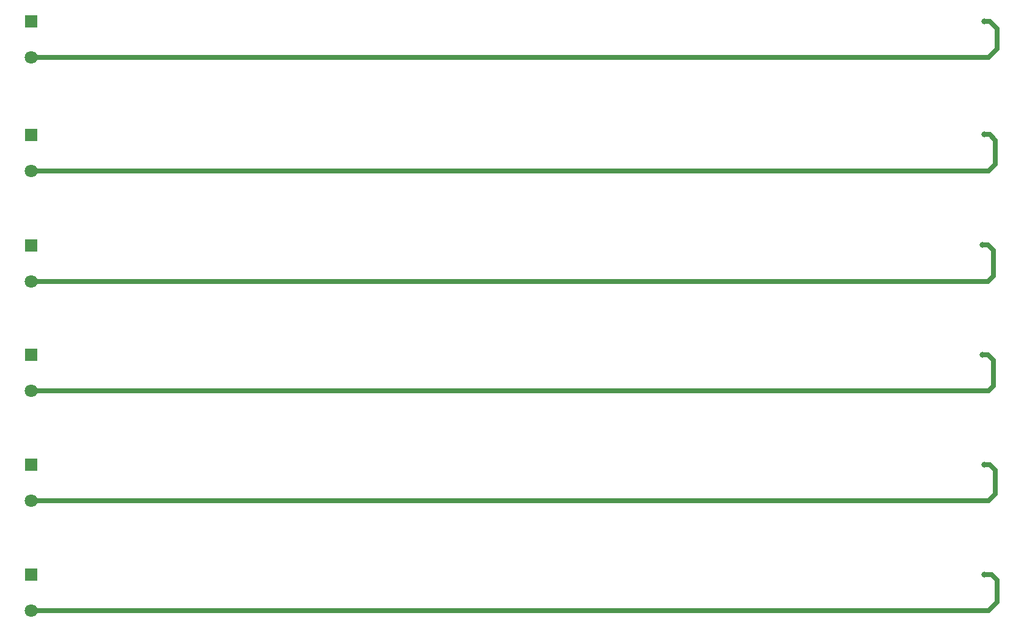
<source format=gbr>
%TF.GenerationSoftware,KiCad,Pcbnew,7.0.9*%
%TF.CreationDate,2023-12-10T21:52:56+01:00*%
%TF.ProjectId,Led Panel,4c656420-5061-46e6-956c-2e6b69636164,rev?*%
%TF.SameCoordinates,Original*%
%TF.FileFunction,Copper,L2,Bot*%
%TF.FilePolarity,Positive*%
%FSLAX46Y46*%
G04 Gerber Fmt 4.6, Leading zero omitted, Abs format (unit mm)*
G04 Created by KiCad (PCBNEW 7.0.9) date 2023-12-10 21:52:56*
%MOMM*%
%LPD*%
G01*
G04 APERTURE LIST*
%TA.AperFunction,ComponentPad*%
%ADD10R,1.800000X1.800000*%
%TD*%
%TA.AperFunction,ComponentPad*%
%ADD11C,1.800000*%
%TD*%
%TA.AperFunction,ViaPad*%
%ADD12C,0.800000*%
%TD*%
%TA.AperFunction,Conductor*%
%ADD13C,0.700000*%
%TD*%
G04 APERTURE END LIST*
D10*
%TO.P,J6,1,1*%
%TO.N,LED_5 +*%
X53340000Y-106680000D03*
D11*
%TO.P,J6,2,2*%
%TO.N,LED_5 -*%
X53340000Y-111680000D03*
%TD*%
D10*
%TO.P,J5,1,1*%
%TO.N,LED_4 +*%
X53340000Y-91440000D03*
D11*
%TO.P,J5,2,2*%
%TO.N,LED_4 -*%
X53340000Y-96440000D03*
%TD*%
D10*
%TO.P,J4,1,1*%
%TO.N,LED_3 +*%
X53340000Y-76200000D03*
D11*
%TO.P,J4,2,2*%
%TO.N,LED_3 -*%
X53340000Y-81200000D03*
%TD*%
D10*
%TO.P,J3,1,1*%
%TO.N,LED_2 +*%
X53340000Y-61040000D03*
D11*
%TO.P,J3,2,2*%
%TO.N,LED_2 -*%
X53340000Y-66040000D03*
%TD*%
D10*
%TO.P,J2,1,1*%
%TO.N,LED_1 +*%
X53300000Y-45720000D03*
D11*
%TO.P,J2,2,2*%
%TO.N,LED_1 -*%
X53300000Y-50720000D03*
%TD*%
D10*
%TO.P,J1,1,1*%
%TO.N,LED_0 +*%
X53300000Y-30000000D03*
D11*
%TO.P,J1,2,2*%
%TO.N,LED_0 -*%
X53300000Y-35000000D03*
%TD*%
D12*
%TO.N,LED_0 -*%
X185448000Y-30000000D03*
%TO.N,LED_1 -*%
X185420000Y-45700000D03*
%TO.N,LED_2 -*%
X185206000Y-61000000D03*
%TO.N,LED_3 -*%
X185166000Y-76200000D03*
%TO.N,LED_4 -*%
X185420000Y-91440000D03*
%TO.N,LED_5 -*%
X185420000Y-106680000D03*
%TD*%
D13*
%TO.N,LED_0 -*%
X187198000Y-33782000D02*
X185980000Y-35000000D01*
X186210000Y-30000000D02*
X187198000Y-30988000D01*
X185980000Y-35000000D02*
X53300000Y-35000000D01*
X185448000Y-30000000D02*
X186210000Y-30000000D01*
X187198000Y-30988000D02*
X187198000Y-33782000D01*
%TO.N,LED_1 -*%
X186162000Y-45700000D02*
X186944000Y-46482000D01*
X186008000Y-50720000D02*
X53300000Y-50720000D01*
X186944000Y-49784000D02*
X186008000Y-50720000D01*
X186944000Y-46482000D02*
X186944000Y-49784000D01*
X185420000Y-45700000D02*
X186162000Y-45700000D01*
%TO.N,LED_2 -*%
X186690000Y-65278000D02*
X185928000Y-66040000D01*
X185206000Y-61000000D02*
X185968000Y-61000000D01*
X185968000Y-61000000D02*
X186690000Y-61722000D01*
X186690000Y-61722000D02*
X186690000Y-65278000D01*
X185928000Y-66040000D02*
X53340000Y-66040000D01*
%TO.N,LED_3 -*%
X186008000Y-81200000D02*
X53340000Y-81200000D01*
X185928000Y-76200000D02*
X186690000Y-76962000D01*
X186690000Y-80518000D02*
X186008000Y-81200000D01*
X185166000Y-76200000D02*
X185928000Y-76200000D01*
X186690000Y-76962000D02*
X186690000Y-80518000D01*
%TO.N,LED_4 -*%
X186008000Y-96440000D02*
X53340000Y-96440000D01*
X185420000Y-91440000D02*
X186182000Y-91440000D01*
X186944000Y-95504000D02*
X186008000Y-96440000D01*
X186182000Y-91440000D02*
X186944000Y-92202000D01*
X186944000Y-92202000D02*
X186944000Y-95504000D01*
%TO.N,LED_5 -*%
X187198000Y-110490000D02*
X186008000Y-111680000D01*
X185420000Y-106680000D02*
X186436000Y-106680000D01*
X187198000Y-107442000D02*
X187198000Y-110490000D01*
X186436000Y-106680000D02*
X187198000Y-107442000D01*
X186008000Y-111680000D02*
X53340000Y-111680000D01*
%TD*%
M02*

</source>
